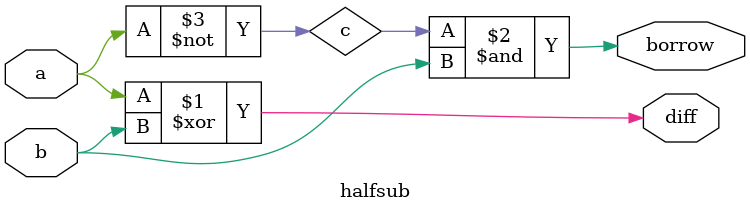
<source format=v>
module halfsub(
input a,b,
output diff,borrow);
wire c;
xor(diff,a,b);
not(c,a);
and(borrow,c,b);
endmodule


</source>
